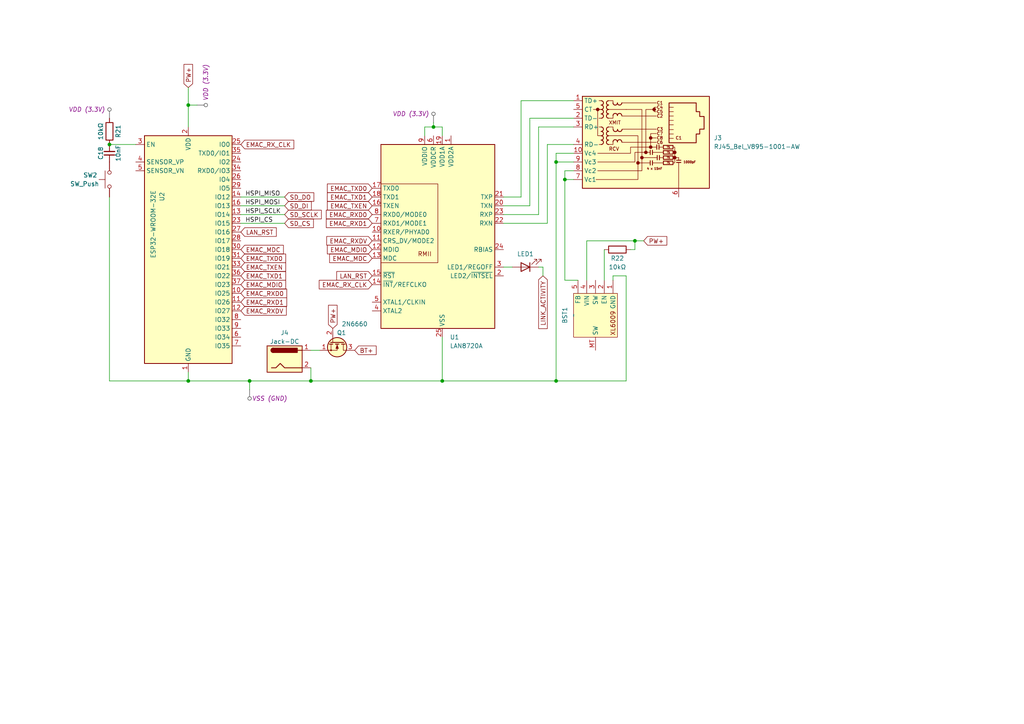
<source format=kicad_sch>
(kicad_sch (version 20231120) (generator "eeschema") (generator_version "8.0")
  (paper "A4")
  (lib_symbols
    (symbol "Connector:Jack-DC" (pin_names (offset 1.016))
      (property "Reference" "J" (at 0 5.334 0))
      (property "Value" "Jack-DC" (at 0 -5.08 0))
      (symbol "Jack-DC_1_1"
        (pin passive line (at 7.62 2.54 180) (length 2.54) (name "~") (number "1"))
        (pin passive line (at 7.62 -2.54 180) (length 2.54) (name "~") (number "2"))
      )
    )
    (symbol "Connector:Micro_SD_Card" (pin_names (offset 1.016))
      (property "Reference" "SD1" (at 0.635 18.9634 0))
      (property "Value" "Micro_SD_Card" (at 0.635 16.4234 0))
      (symbol "Micro_SD_Card_1_1"
        (pin bidirectional line (at -22.86 7.62 0) (length 3.81) (name "RSV") (number "1"))
        (pin bidirectional line (at -22.86 5.08 0) (length 3.81) (name "CS") (number "2"))
        (pin input line (at -22.86 2.54 0) (length 3.81) (name "DI") (number "3"))
        (pin power_in line (at -22.86 0 0) (length 3.81) (name "VDD") (number "4"))
        (pin input line (at -22.86 -2.54 0) (length 3.81) (name "SCLK") (number "5"))
        (pin power_in line (at -22.86 -5.08 0) (length 3.81) (name "VSS") (number "6"))
        (pin bidirectional line (at -22.86 -7.62 0) (length 3.81) (name "DO") (number "7"))
        (pin bidirectional line (at -22.86 -10.16 0) (length 3.81) (name "RSV") (number "8"))
        (pin passive line (at 20.32 -15.24 180) (length 3.81) (name "SHIELD") (number "9"))
      )
    )
    (symbol "Connector:RJ45_Bel_V895-1001-AW"
      (property "Reference" "J" (at 16.51 15.24 0))
      (property "Value" "RJ45_Bel_V895-1001-AW" (at -5.715 15.24 0))
      (symbol "RJ45_Bel_V895-1001-AW_0_0"
        (text "C1" (at 4.699 12.065 0) (effects (font (size 0.889 0.889))))
        (text "C1" (at 10.16 1.905 0) (effects (font (size 0.889 0.889))))
        (text "C2" (at 4.699 8.255 0) (effects (font (size 0.889 0.889))))
        (text "C3" (at 4.699 4.445 0) (effects (font (size 0.889 0.889))))
        (text "C4" (at 4.699 10.795 0) (effects (font (size 0.889 0.889))))
        (text "C5" (at 4.699 9.525 0) (effects (font (size 0.889 0.889))))
        (text "C6" (at 4.699 0.635 0) (effects (font (size 0.889 0.889))))
        (text "C7" (at 4.699 3.175 0) (effects (font (size 0.889 0.889))))
        (text "C8" (at 4.699 1.905 0) (effects (font (size 0.889 0.889))))
        (text "RCV" (at -10.16 -1.27 0) (effects (font (size 1.016 1.016)) (justify left)))
        (text "XMIT" (at -10.16 6.35 0) (effects (font (size 1.016 1.016)) (justify left)))
      )
      (symbol "RJ45_Bel_V895-1001-AW_1_0"
        (text "1000pF" (at 13.335 -5.08 0) (effects (font (size 0.635 0.635))))
        (text "4 x 15nF" (at 3.175 -6.985 0) (effects (font (size 0.635 0.635))))
      )
      (symbol "RJ45_Bel_V895-1001-AW_1_1"
        (text "75" (at 7.112 -5.334 0) (effects (font (size 0.508 0.508))))
        (text "75" (at 7.112 -3.81 0) (effects (font (size 0.508 0.508))))
        (text "75" (at 7.112 -2.286 0) (effects (font (size 0.508 0.508))))
        (text "75" (at 7.112 -0.762 0) (effects (font (size 0.508 0.508))))
        (pin passive line (at -20.32 12.7 0) (length 2.54) (name "TD+") (number "1"))
        (pin passive line (at -20.32 -2.54 0) (length 2.54) (name "Vc4") (number "10"))
        (pin passive line (at -20.32 7.62 0) (length 2.54) (name "TD-") (number "2"))
        (pin passive line (at -20.32 5.08 0) (length 2.54) (name "RD+") (number "3"))
        (pin passive line (at -20.32 0 0) (length 2.54) (name "RD-") (number "4"))
        (pin passive line (at -20.32 10.16 0) (length 2.54) (name "CT") (number "5"))
        (pin passive line (at 10.16 -15.24 90) (length 2.54) (name "") (number "6"))
        (pin passive line (at -20.32 -10.16 0) (length 2.54) (name "Vc1") (number "7"))
        (pin passive line (at -20.32 -7.62 0) (length 2.54) (name "Vc2") (number "8"))
        (pin passive line (at -20.32 -5.08 0) (length 2.54) (name "Vc3") (number "9"))
      )
    )
    (symbol "Connector:USB_C_Receptacle" (pin_names (offset 1.016))
      (property "Reference" "J" (at -10.16 29.21 0))
      (property "Value" "USB_C_Receptacle" (at 10.16 29.21 0))
      (symbol "USB_C_Receptacle_1_1"
        (pin passive line (at 0 -40.64 90) (length 5.08) (name "GND") (number "A1"))
        (pin bidirectional line (at 15.24 -15.24 180) (length 5.08) (name "RX2-") (number "A10"))
        (pin bidirectional line (at 15.24 -17.78 180) (length 5.08) (name "RX2+") (number "A11"))
        (pin passive line (at 0 -40.64 90) (length 5.08) hide (name "GND") (number "A12"))
        (pin bidirectional line (at 15.24 -10.16 180) (length 5.08) (name "TX1+") (number "A2"))
        (pin bidirectional line (at 15.24 -7.62 180) (length 5.08) (name "TX1-") (number "A3"))
        (pin passive line (at 15.24 25.4 180) (length 5.08) (name "VBUS") (number "A4"))
        (pin bidirectional line (at 15.24 20.32 180) (length 5.08) (name "CC1") (number "A5"))
        (pin bidirectional line (at 15.24 7.62 180) (length 5.08) (name "D+") (number "A6"))
        (pin bidirectional line (at 15.24 12.7 180) (length 5.08) (name "D-") (number "A7"))
        (pin bidirectional line (at 15.24 -30.48 180) (length 5.08) (name "SBU1") (number "A8"))
        (pin passive line (at 15.24 25.4 180) (length 5.08) hide (name "VBUS") (number "A9"))
        (pin passive line (at 0 -40.64 90) (length 5.08) hide (name "GND") (number "B1"))
        (pin bidirectional line (at 15.24 0 180) (length 5.08) (name "RX1-") (number "B10"))
        (pin bidirectional line (at 15.24 -2.54 180) (length 5.08) (name "RX1+") (number "B11"))
        (pin passive line (at 0 -40.64 90) (length 5.08) hide (name "GND") (number "B12"))
        (pin bidirectional line (at 15.24 -25.4 180) (length 5.08) (name "TX2+") (number "B2"))
        (pin bidirectional line (at 15.24 -22.86 180) (length 5.08) (name "TX2-") (number "B3"))
        (pin passive line (at 15.24 25.4 180) (length 5.08) hide (name "VBUS") (number "B4"))
        (pin bidirectional line (at 15.24 17.78 180) (length 5.08) (name "CC2") (number "B5"))
        (pin bidirectional line (at 15.24 5.08 180) (length 5.08) (name "D+") (number "B6"))
        (pin bidirectional line (at 15.24 10.16 180) (length 5.08) (name "D-") (number "B7"))
        (pin bidirectional line (at 15.24 -33.02 180) (length 5.08) (name "SBU2") (number "B8"))
        (pin passive line (at 15.24 25.4 180) (length 5.08) hide (name "VBUS") (number "B9"))
        (pin passive line (at -7.62 -40.64 90) (length 5.08) (name "SHIELD") (number "S1"))
      )
    )
    (symbol "Connector:USB_C_Receptacle_USB2.0_14P" (pin_names (offset 1.016))
      (property "Reference" "J" (at 0 22.225 0))
      (property "Value" "USB_C_Receptacle_USB2.0_14P" (at 0 19.685 0))
      (symbol "USB_C_Receptacle_USB2.0_14P_1_1"
        (pin passive line (at 0 -22.86 90) (length 5.08) (name "GND") (number "A1"))
        (pin passive line (at 0 -22.86 90) (length 5.08) hide (name "GND") (number "A12"))
        (pin passive line (at 15.24 15.24 180) (length 5.08) (name "VBUS") (number "A4"))
        (pin bidirectional line (at 15.24 10.16 180) (length 5.08) (name "CC1") (number "A5"))
        (pin bidirectional line (at 15.24 -2.54 180) (length 5.08) (name "D+") (number "A6"))
        (pin bidirectional line (at 15.24 2.54 180) (length 5.08) (name "D-") (number "A7"))
        (pin passive line (at 15.24 15.24 180) (length 5.08) hide (name "VBUS") (number "A9"))
        (pin passive line (at 0 -22.86 90) (length 5.08) hide (name "GND") (number "B1"))
        (pin passive line (at 0 -22.86 90) (length 5.08) hide (name "GND") (number "B12"))
        (pin passive line (at 15.24 15.24 180) (length 5.08) hide (name "VBUS") (number "B4"))
        (pin bidirectional line (at 15.24 7.62 180) (length 5.08) (name "CC2") (number "B5"))
        (pin bidirectional line (at 15.24 -5.08 180) (length 5.08) (name "D+") (number "B6"))
        (pin bidirectional line (at 15.24 0 180) (length 5.08) (name "D-") (number "B7"))
        (pin passive line (at 15.24 15.24 180) (length 5.08) hide (name "VBUS") (number "B9"))
        (pin passive line (at -7.62 -22.86 90) (length 5.08) (name "SHIELD") (number "S1"))
      )
    )
    (symbol "Device:C_Small" (pin_numbers hide) (pin_names (offset 0.254) hide)
      (property "Reference" "C" (at 0.254 1.778 0))
      (property "Value" "C_Small" (at 0.254 -2.032 0))
      (symbol "C_Small_1_1"
        (pin passive line (at 0 2.54 270) (length 2.032) (name "~") (number "1"))
        (pin passive line (at 0 -2.54 90) (length 2.032) (name "~") (number "2"))
      )
    )
    (symbol "Device:D" (pin_numbers hide) (pin_names (offset 1.016) hide)
      (property "Reference" "D" (at 0 2.54 0))
      (property "Value" "D" (at 0 -2.54 0))
      (symbol "D_1_1"
        (pin passive line (at -3.81 0 0) (length 2.54) (name "K") (number "1"))
        (pin passive line (at 3.81 0 180) (length 2.54) (name "A") (number "2"))
      )
    )
    (symbol "Device:Fuse_Small" (pin_numbers hide) (pin_names (offset 0.254) hide)
      (property "Reference" "F" (at 0 -1.524 0))
      (property "Value" "Fuse_Small" (at 0 1.524 0))
      (symbol "Fuse_Small_1_1"
        (pin passive line (at -2.54 0 0) (length 1.27) (name "~") (number "1"))
        (pin passive line (at 2.54 0 180) (length 1.27) (name "~") (number "2"))
      )
    )
    (symbol "Device:LED" (pin_numbers hide) (pin_names (offset 1.016) hide)
      (property "Reference" "D" (at 0 2.54 0))
      (property "Value" "LED" (at 0 -2.54 0))
      (symbol "LED_1_1"
        (pin passive line (at -3.81 0 0) (length 2.54) (name "K") (number "1"))
        (pin passive line (at 3.81 0 180) (length 2.54) (name "A") (number "2"))
      )
    )
    (symbol "Device:R" (pin_numbers hide) (pin_names (offset 0))
      (property "Reference" "R" (at 2.032 0 90))
      (property "Value" "R" (at 0 0 90))
      (symbol "R_1_1"
        (pin passive line (at 0 3.81 270) (length 1.27) (name "~") (number "1"))
        (pin passive line (at 0 -3.81 90) (length 1.27) (name "~") (number "2"))
      )
    )
    (symbol "Device:R_Small" (pin_numbers hide) (pin_names (offset 0.254) hide)
      (property "Reference" "R" (at 0.762 0.508 0))
      (property "Value" "R_Small" (at 0.762 -1.016 0))
      (symbol "R_Small_1_1"
        (pin passive line (at 0 2.54 270) (length 0.762) (name "~") (number "1"))
        (pin passive line (at 0 -2.54 90) (length 0.762) (name "~") (number "2"))
      )
    )
    (symbol "Interface_Ethernet:LAN8720A"
      (property "Reference" "U" (at -13.97 29.21 0))
      (property "Value" "LAN8720A" (at 15.24 29.21 0))
      (symbol "LAN8720A_0_0"
        (text "RMII" (at -5.08 -3.81 0) (effects (font (size 1.27 1.27))))
      )
      (symbol "LAN8720A_1_1"
        (pin power_in line (at 2.54 30.48 270) (length 2.54) (name "VDD2A") (number "1"))
        (pin output line (at -20.32 2.54 0) (length 2.54) (name "RXER/PHYAD0") (number "10"))
        (pin bidirectional line (at -20.32 0 0) (length 2.54) (name "CRS_DV/MODE2") (number "11"))
        (pin bidirectional line (at -20.32 -2.54 0) (length 2.54) (name "MDIO") (number "12"))
        (pin input line (at -20.32 -5.08 0) (length 2.54) (name "MDC") (number "13"))
        (pin output line (at -20.32 -12.7 0) (length 2.54) (name "~{INT}/REFCLKO") (number "14"))
        (pin input line (at -20.32 -10.16 0) (length 2.54) (name "~{RST}") (number "15"))
        (pin input line (at -20.32 10.16 0) (length 2.54) (name "TXEN") (number "16"))
        (pin input line (at -20.32 15.24 0) (length 2.54) (name "TXD0") (number "17"))
        (pin input line (at -20.32 12.7 0) (length 2.54) (name "TXD1") (number "18"))
        (pin power_in line (at 0 30.48 270) (length 2.54) (name "VDD1A") (number "19"))
        (pin bidirectional line (at 17.78 -10.16 180) (length 2.54) (name "LED2/~{INTSEL}") (number "2"))
        (pin bidirectional line (at 17.78 10.16 180) (length 2.54) (name "TXN") (number "20"))
        (pin bidirectional line (at 17.78 12.7 180) (length 2.54) (name "TXP") (number "21"))
        (pin bidirectional line (at 17.78 5.08 180) (length 2.54) (name "RXN") (number "22"))
        (pin bidirectional line (at 17.78 7.62 180) (length 2.54) (name "RXP") (number "23"))
        (pin passive line (at 17.78 -2.54 180) (length 2.54) (name "RBIAS") (number "24"))
        (pin power_in line (at 0 -27.94 90) (length 2.54) (name "VSS") (number "25"))
        (pin bidirectional line (at 17.78 -7.62 180) (length 2.54) (name "LED1/REGOFF") (number "3"))
        (pin output line (at -20.32 -20.32 0) (length 2.54) (name "XTAL2") (number "4"))
        (pin input line (at -20.32 -17.78 0) (length 2.54) (name "XTAL1/CLKIN") (number "5"))
        (pin power_in line (at -2.54 30.48 270) (length 2.54) (name "VDDCR") (number "6"))
        (pin bidirectional line (at -20.32 5.08 0) (length 2.54) (name "RXD1/MODE1") (number "7"))
        (pin bidirectional line (at -20.32 7.62 0) (length 2.54) (name "RXD0/MODE0") (number "8"))
        (pin power_in line (at -5.08 30.48 270) (length 2.54) (name "VDDIO") (number "9"))
      )
    )
    (symbol "PCM_Transistor_MOSFET_AKL:2N6660" (pin_names hide)
      (property "Reference" "Q" (at 5.08 1.27 0))
      (property "Value" "2N6660" (at 5.08 -1.27 0))
      (symbol "2N6660_1_1"
        (pin passive line (at 2.54 -5.08 90) (length 2.54) (name "S") (number "1"))
        (pin input line (at -3.81 -1.27 0) (length 2.54) (name "G") (number "2"))
        (pin passive line (at 2.54 5.08 270) (length 2.54) (name "D") (number "3"))
      )
    )
    (symbol "Power_Protection:USBLC6-2SC6" (pin_names hide)
      (property "Reference" "U" (at 0.635 5.715 0))
      (property "Value" "USBLC6-2SC6" (at 0.635 3.81 0))
      (symbol "USBLC6-2SC6_1_1"
        (pin passive line (at -5.08 0 0) (length 2.54) (name "I/O1") (number "1"))
        (pin passive line (at 0 -7.62 90) (length 2.54) (name "GND") (number "2"))
        (pin passive line (at -5.08 -2.54 0) (length 2.54) (name "I/O2") (number "3"))
        (pin passive line (at 5.08 -2.54 180) (length 2.54) (name "I/O2") (number "4"))
        (pin passive line (at 0 5.08 270) (length 2.54) (name "VBUS") (number "5"))
        (pin passive line (at 5.08 0 180) (length 2.54) (name "I/O1") (number "6"))
      )
    )
    (symbol "RF_Module:ESP32-WROOM-32E"
      (property "Reference" "U" (at -12.7 34.29 0))
      (property "Value" "ESP32-WROOM-32E" (at 1.27 34.29 0))
      (symbol "ESP32-WROOM-32E_1_1"
        (pin power_in line (at 0 -35.56 90) (length 2.54) (name "GND") (number "1"))
        (pin bidirectional line (at 15.24 -12.7 180) (length 2.54) (name "IO25") (number "10"))
        (pin bidirectional line (at 15.24 -15.24 180) (length 2.54) (name "IO26") (number "11"))
        (pin bidirectional line (at 15.24 -17.78 180) (length 2.54) (name "IO27") (number "12"))
        (pin bidirectional line (at 15.24 10.16 180) (length 2.54) (name "IO14") (number "13"))
        (pin bidirectional line (at 15.24 15.24 180) (length 2.54) (name "IO12") (number "14"))
        (pin passive line (at 0 -35.56 90) (length 2.54) hide (name "GND") (number "15"))
        (pin bidirectional line (at 15.24 12.7 180) (length 2.54) (name "IO13") (number "16"))
        (pin no_connect line (at -12.7 -5.08 0) (length 2.54) hide (name "NC") (number "17"))
        (pin no_connect line (at -12.7 -7.62 0) (length 2.54) hide (name "NC") (number "18"))
        (pin no_connect line (at -12.7 -12.7 0) (length 2.54) hide (name "NC") (number "19"))
        (pin power_in line (at 0 35.56 270) (length 2.54) (name "VDD") (number "2"))
        (pin no_connect line (at -12.7 -10.16 0) (length 2.54) hide (name "NC") (number "20"))
        (pin no_connect line (at -12.7 0 0) (length 2.54) hide (name "NC") (number "21"))
        (pin no_connect line (at -12.7 -2.54 0) (length 2.54) hide (name "NC") (number "22"))
        (pin bidirectional line (at 15.24 7.62 180) (length 2.54) (name "IO15") (number "23"))
        (pin bidirectional line (at 15.24 25.4 180) (length 2.54) (name "IO2") (number "24"))
        (pin bidirectional line (at 15.24 30.48 180) (length 2.54) (name "IO0") (number "25"))
        (pin bidirectional line (at 15.24 20.32 180) (length 2.54) (name "IO4") (number "26"))
        (pin bidirectional line (at 15.24 5.08 180) (length 2.54) (name "IO16") (number "27"))
        (pin bidirectional line (at 15.24 2.54 180) (length 2.54) (name "IO17") (number "28"))
        (pin bidirectional line (at 15.24 17.78 180) (length 2.54) (name "IO5") (number "29"))
        (pin input line (at -15.24 30.48 0) (length 2.54) (name "EN") (number "3"))
        (pin bidirectional line (at 15.24 0 180) (length 2.54) (name "IO18") (number "30"))
        (pin bidirectional line (at 15.24 -2.54 180) (length 2.54) (name "IO19") (number "31"))
        (pin no_connect line (at -12.7 -27.94 0) (length 2.54) hide (name "NC") (number "32"))
        (pin bidirectional line (at 15.24 -5.08 180) (length 2.54) (name "IO21") (number "33"))
        (pin bidirectional line (at 15.24 22.86 180) (length 2.54) (name "RXD0/IO3") (number "34"))
        (pin bidirectional line (at 15.24 27.94 180) (length 2.54) (name "TXD0/IO1") (number "35"))
        (pin bidirectional line (at 15.24 -7.62 180) (length 2.54) (name "IO22") (number "36"))
        (pin bidirectional line (at 15.24 -10.16 180) (length 2.54) (name "IO23") (number "37"))
        (pin passive line (at 0 -35.56 90) (length 2.54) hide (name "GND") (number "38"))
        (pin passive line (at 0 -35.56 90) (length 2.54) hide (name "GND") (number "39"))
        (pin input line (at -15.24 25.4 0) (length 2.54) (name "SENSOR_VP") (number "4"))
        (pin input line (at -15.24 22.86 0) (length 2.54) (name "SENSOR_VN") (number "5"))
        (pin input line (at 15.24 -25.4 180) (length 2.54) (name "IO34") (number "6"))
        (pin input line (at 15.24 -27.94 180) (length 2.54) (name "IO35") (number "7"))
        (pin bidirectional line (at 15.24 -20.32 180) (length 2.54) (name "IO32") (number "8"))
        (pin bidirectional line (at 15.24 -22.86 180) (length 2.54) (name "IO33") (number "9"))
      )
    )
    (symbol "Regulator_Linear:XC6206PxxxMR" (pin_names (offset 0.254))
      (property "Reference" "U" (at -3.81 3.175 0))
      (property "Value" "XC6206PxxxMR" (at 0 3.175 0))
      (symbol "XC6206PxxxMR_1_1"
        (pin power_in line (at 0 -7.62 90) (length 2.54) (name "GND") (number "1"))
        (pin power_out line (at 7.62 0 180) (length 2.54) (name "VO") (number "2"))
        (pin power_in line (at -7.62 0 0) (length 2.54) (name "VI") (number "3"))
      )
    )
    (symbol "ScottoKeebs:Placeholder_Resistor" (pin_numbers hide) (pin_names (offset 0))
      (property "Reference" "R" (at 0 2.032 0))
      (property "Value" "Resistor" (at 0 -2.54 0))
      (symbol "Placeholder_Resistor_1_1"
        (pin passive line (at -3.81 0 0) (length 1.27) (name "~") (number "1"))
        (pin passive line (at 3.81 0 180) (length 1.27) (name "~") (number "2"))
      )
    )
    (symbol "Switch:SW_Push" (pin_numbers hide) (pin_names (offset 1.016) hide)
      (property "Reference" "SW" (at 1.27 2.54 0))
      (property "Value" "SW_Push" (at 0 -1.524 0))
      (symbol "SW_Push_0_1"
        (pin passive line (at -5.08 0 0) (length 2.54) (name "1") (number "1"))
        (pin passive line (at 5.08 0 180) (length 2.54) (name "2") (number "2"))
      )
    )
    (symbol "Symbols:XL6009_TO263-5L_50V_4A_DC/DC_Boost_Converter"
      (property "Reference" "BST1" (at 0 8.89 0))
      (property "Value" "~" (at 0 6.35 0))
      (symbol "XL6009_TO263-5L_50V_4A_DC/DC_Boost_Converter_1_1"
        (text "XL6009" (at -2.286 -5.08 0) (effects (font (size 1.27 1.27))))
        (pin bidirectional line (at 10.16 -5.08 180) (length 3.81) (name "GND") (number "1"))
        (pin bidirectional line (at 10.16 -2.54 180) (length 3.81) (name "EN") (number "2"))
        (pin bidirectional line (at 10.16 0 180) (length 3.81) (name "SW") (number "3"))
        (pin bidirectional line (at 10.16 2.54 180) (length 3.81) (name "VIN") (number "4"))
        (pin bidirectional line (at 10.16 5.08 180) (length 3.81) (name "FB") (number "5"))
        (pin bidirectional line (at -10.16 0 0) (length 3.81) (name "SW") (number "MT"))
      )
    )
    (symbol "power:+3.3V" (power) (pin_numbers hide) (pin_names (offset 0) hide)
      (property "Value" "+3.3V" (at 0 3.556 0))
      (symbol "+3.3V_1_1"
        (pin power_in line (at 0 0 90) (length 0) (name "~") (number "1"))
      )
    )
    (symbol "power:+5V" (power) (pin_numbers hide) (pin_names (offset 0) hide)
      (property "Value" "+5V" (at 0 3.556 0))
      (symbol "+5V_1_1"
        (pin power_in line (at 0 0 90) (length 0) (name "~") (number "1"))
      )
    )
    (symbol "power:GND" (power) (pin_numbers hide) (pin_names (offset 0) hide)
      (property "Value" "GND" (at 0 -3.81 0))
      (symbol "GND_1_1"
        (pin power_in line (at 0 0 270) (length 0) (name "~") (number "1"))
      )
    )
    (symbol "power:VBUS" (power) (pin_numbers hide) (pin_names (offset 0) hide)
      (property "Value" "VBUS" (at 0 3.556 0))
      (symbol "VBUS_1_1"
        (pin power_in line (at 0 0 90) (length 0) (name "~") (number "1"))
      )
    )
  )
  (junction (at 519.43 16.51))
  (junction (at 31.75 41.91))
  (junction (at 431.8 21.59))
  (junction (at 163.83 52.07))
  (junction (at 143.51 -92.71))
  (junction (at 161.29 110.49))
  (junction (at 453.39 -8.89))
  (junction (at 90.17 110.49))
  (junction (at 128.27 110.49))
  (junction (at 161.29 46.99))
  (junction (at 528.32 24.13))
  (junction (at 125.73 36.83))
  (junction (at 123.19 -26.67))
  (junction (at 448.31 -16.51))
  (junction (at 447.04 -1.27))
  (junction (at 537.21 16.51))
  (junction (at 184.15 69.85))
  (junction (at 447.04 3.81))
  (junction (at 72.39 110.49))
  (junction (at 54.61 110.49))
  (junction (at 54.61 30.48))
  (no_connect (at 226.06 -77.47))
  (no_connect (at 226.06 -59.69))
  (wire (pts (xy 69.85 57.15) (xy 82.55 57.15)))
  (wire (pts (xy 424.18 21.59) (xy 431.8 21.59)))
  (wire (pts (xy 181.61 80.01) (xy 181.61 110.49)))
  (wire (pts (xy 161.29 44.45) (xy 161.29 46.99)))
  (wire (pts (xy 447.04 -3.81) (xy 447.04 -1.27)))
  (wire (pts (xy 156.21 62.23) (xy 146.05 62.23)))
  (wire (pts (xy 157.48 77.47) (xy 157.48 80.01)))
  (wire (pts (xy 453.39 -11.43) (xy 453.39 -8.89)))
  (wire (pts (xy 447.04 -8.89) (xy 448.31 -8.89)))
  (wire (pts (xy 184.15 69.85) (xy 186.69 69.85)))
  (wire (pts (xy 128.27 97.79) (xy 128.27 110.49)))
  (wire (pts (xy 146.05 57.15) (xy 151.13 57.15)))
  (wire (pts (xy 142.24 -92.71) (xy 143.51 -92.71)))
  (wire (pts (xy 166.37 29.21) (xy 151.13 29.21)))
  (wire (pts (xy 128.27 36.83) (xy 128.27 39.37)))
  (wire (pts (xy 123.19 36.83) (xy 125.73 36.83)))
  (wire (pts (xy 123.19 -26.67) (xy 123.19 -25.4)))
  (wire (pts (xy 153.67 34.29) (xy 166.37 34.29)))
  (wire (pts (xy 54.61 30.48) (xy 54.61 36.83)))
  (wire (pts (xy 146.05 59.69) (xy 153.67 59.69)))
  (wire (pts (xy 163.83 81.28) (xy 167.64 81.28)))
  (wire (pts (xy 473.71 11.43) (xy 482.6 11.43)))
  (wire (pts (xy 163.83 49.53) (xy 163.83 52.07)))
  (wire (pts (xy 125.73 35.56) (xy 125.73 36.83)))
  (wire (pts (xy 166.37 49.53) (xy 163.83 49.53)))
  (wire (pts (xy 161.29 110.49) (xy 128.27 110.49)))
  (wire (pts (xy 166.37 36.83) (xy 156.21 36.83)))
  (wire (pts (xy 447.04 -11.43) (xy 448.31 -11.43)))
  (wire (pts (xy 31.75 41.91) (xy 39.37 41.91)))
  (wire (pts (xy 151.13 29.21) (xy 151.13 57.15)))
  (wire (pts (xy 217.17 -69.85) (xy 226.06 -69.85)))
  (wire (pts (xy 528.32 24.13) (xy 537.21 24.13)))
  (wire (pts (xy 90.17 101.6) (xy 92.71 101.6)))
  (wire (pts (xy 501.65 8.89) (xy 492.76 8.89)))
  (wire (pts (xy 119.38 -26.67) (xy 123.19 -26.67)))
  (wire (pts (xy 146.05 64.77) (xy 158.75 64.77)))
  (wire (pts (xy 158.75 41.91) (xy 166.37 41.91)))
  (wire (pts (xy 69.85 59.69) (xy 82.55 59.69)))
  (wire (pts (xy 455.93 3.81) (xy 447.04 3.81)))
  (wire (pts (xy 31.75 57.15) (xy 31.75 110.49)))
  (wire (pts (xy 156.21 36.83) (xy 156.21 62.23)))
  (wire (pts (xy 57.15 30.48) (xy 54.61 30.48)))
  (wire (pts (xy 455.93 -16.51) (xy 458.47 -16.51)))
  (wire (pts (xy 69.85 62.23) (xy 82.55 62.23)))
  (wire (pts (xy 181.61 110.49) (xy 161.29 110.49)))
  (wire (pts (xy 72.39 110.49) (xy 72.39 113.03)))
  (wire (pts (xy 69.85 64.77) (xy 82.55 64.77)))
  (wire (pts (xy 447.04 1.27) (xy 447.04 3.81)))
  (wire (pts (xy 175.26 72.39) (xy 175.26 81.28)))
  (wire (pts (xy 537.21 21.59) (xy 537.21 24.13)))
  (wire (pts (xy 146.05 77.47) (xy 148.59 77.47)))
  (wire (pts (xy 54.61 25.4) (xy 54.61 30.48)))
  (wire (pts (xy 473.71 8.89) (xy 482.6 8.89)))
  (wire (pts (xy 177.8 80.01) (xy 181.61 80.01)))
  (wire (pts (xy 170.18 69.85) (xy 170.18 81.28)))
  (wire (pts (xy 90.17 110.49) (xy 90.17 106.68)))
  (wire (pts (xy 157.48 77.47) (xy 156.21 77.47)))
  (wire (pts (xy 535.94 16.51) (xy 537.21 16.51)))
  (wire (pts (xy 200.66 -69.85) (xy 209.55 -69.85)))
  (wire (pts (xy 143.51 -92.71) (xy 146.05 -92.71)))
  (wire (pts (xy 161.29 46.99) (xy 161.29 110.49)))
  (wire (pts (xy 501.65 11.43) (xy 492.76 11.43)))
  (wire (pts (xy 163.83 52.07) (xy 166.37 52.07)))
  (wire (pts (xy 177.8 80.01) (xy 177.8 81.28)))
  (wire (pts (xy 455.93 -1.27) (xy 447.04 -1.27)))
  (wire (pts (xy 54.61 110.49) (xy 72.39 110.49)))
  (wire (pts (xy 158.75 64.77) (xy 158.75 41.91)))
  (wire (pts (xy 123.19 -26.67) (xy 127 -26.67)))
  (wire (pts (xy 447.04 -16.51) (xy 448.31 -16.51)))
  (wire (pts (xy 453.39 -8.89) (xy 458.47 -8.89)))
  (wire (pts (xy 519.43 24.13) (xy 528.32 24.13)))
  (wire (pts (xy 184.15 72.39) (xy 182.88 72.39)))
  (wire (pts (xy 161.29 44.45) (xy 166.37 44.45)))
  (wire (pts (xy 151.13 -92.71) (xy 153.67 -92.71)))
  (wire (pts (xy 519.43 16.51) (xy 520.7 16.51)))
  (wire (pts (xy 123.19 39.37) (xy 123.19 36.83)))
  (wire (pts (xy 184.15 69.85) (xy 184.15 72.39)))
  (wire (pts (xy 519.43 21.59) (xy 519.43 24.13)))
  (wire (pts (xy 90.17 110.49) (xy 128.27 110.49)))
  (wire (pts (xy 153.67 59.69) (xy 153.67 34.29)))
  (wire (pts (xy 72.39 110.49) (xy 90.17 110.49)))
  (wire (pts (xy 200.66 -64.77) (xy 226.06 -64.77)))
  (wire (pts (xy 128.27 36.83) (xy 125.73 36.83)))
  (wire (pts (xy 166.37 46.99) (xy 161.29 46.99)))
  (wire (pts (xy 163.83 52.07) (xy 163.83 81.28)))
  (wire (pts (xy 54.61 110.49) (xy 54.61 107.95)))
  (wire (pts (xy 448.31 -16.51) (xy 450.85 -16.51)))
  (wire (pts (xy 170.18 69.85) (xy 184.15 69.85)))
  (wire (pts (xy 31.75 110.49) (xy 54.61 110.49)))
  (rectangle (start 411.48 -33.02) (end 546.1 33.02) (stroke (width 0) (type dash) (color 255 229 36 1)))
  (rectangle (start 511.81 3.81) (end 530.86 7.62))
  (rectangle (start 412.75 -31.75) (end 424.18 -27.94))
  (rectangle (start 466.09 -11.43) (end 510.54 31.75))
  (rectangle (start 412.75 -27.94) (end 464.82 31.75))
  (rectangle (start 198.12 -88.9) (end 276.86 -52.07))
  (rectangle (start 466.09 -15.24) (end 485.14 -11.43))
  (rectangle (start 511.81 7.62) (end 544.83 31.75))
  (text "Micro SD - Data Storage" (at 213.36 -90.17 0) (effects (font (size 1.27 1.27)) (justify bottom)))
  (text "ESD Protection" (at 475.742 -12.954 0) (effects (font (size 1.27 1.27) (thickness 0.254) (bold yes))))
  (text "Connector\n" (at 418.592 -29.464 0) (effects (font (size 1.27 1.27) (thickness 0.254) (bold yes))))
  (text "Voltage Step Down" (at 521.462 6.096 0) (effects (font (size 1.27 1.27) (thickness 0.254) (bold yes))))
  (text "USB-C\n" (at 424.434 -36.83 0) (effects (font (size 5.08 5.08) (thickness 0.254) (bold yes))))
  (label "USB_D+" (at 455.93 3.81 180))
  (label "USB_D+" (at 501.65 8.89 180))
  (label "HSPI_MOSI" (at 71.12 59.69 0))
  (label "MCU_D-" (at 473.71 11.43 0))
  (label "HSPI_CS" (at 71.12 64.77 0))
  (label "HSPI_SCLK" (at 71.12 62.23 0))
  (label "USB_D-" (at 455.93 -1.27 180))
  (label "MCU_D+" (at 473.71 8.89 0))
  (label "USB_D-" (at 501.65 11.43 180))
  (label "HSPI_MISO" (at 71.12 57.15 0))
  (global_label "EMAC_RXD1" (shape input) (at 107.95 64.77 180) (property "Intersheetrefs" "${INTERSHEET_REFS}" (at 94.0792 64.77 0) (effects (justify right))))
  (global_label "SD_DI" (shape input) (at 226.06 -72.39 180) (property "Intersheetrefs" "${INTERSHEET_REFS}" (at 217.7529 -72.39 0) (effects (justify right))))
  (global_label "PW+" (shape input) (at 96.52 95.25 90) (property "Intersheetrefs" "${INTERSHEET_REFS}" (at 96.52 87.971 90) (effects (justify left))))
  (global_label "BT+" (shape input) (at 102.87 101.6 0) (property "Intersheetrefs" "${INTERSHEET_REFS}" (at 109.6652 101.6 0) (effects (justify left))))
  (global_label "SD_SCLK" (shape input) (at 82.55 62.23 0) (property "Intersheetrefs" "${INTERSHEET_REFS}" (at 93.7599 62.23 0) (effects (justify left))))
  (global_label "EMAC_RXD0" (shape input) (at 107.95 62.23 180) (property "Intersheetrefs" "${INTERSHEET_REFS}" (at 94.0792 62.23 0) (effects (justify right))))
  (global_label "EMAC_MDC" (shape input) (at 69.85 72.39 0) (property "Intersheetrefs" "${INTERSHEET_REFS}" (at 82.7532 72.39 0) (effects (justify left))))
  (global_label "EMAC_RXD1" (shape input) (at 69.85 87.63 0) (property "Intersheetrefs" "${INTERSHEET_REFS}" (at 83.7208 87.63 0) (effects (justify left))))
  (global_label "EMAC_TXD0" (shape input) (at 69.85 74.93 0) (property "Intersheetrefs" "${INTERSHEET_REFS}" (at 83.4184 74.93 0) (effects (justify left))))
  (global_label "EMAC_TXEN" (shape input) (at 69.85 77.47 0) (property "Intersheetrefs" "${INTERSHEET_REFS}" (at 83.4184 77.47 0) (effects (justify left))))
  (global_label "GND" (shape input) (at 269.24 -54.61 0) (property "Intersheetrefs" "${INTERSHEET_REFS}" (at 276.0957 -54.61 0) (effects (justify left))))
  (global_label "SD_CS" (shape input) (at 82.55 64.77 0) (property "Intersheetrefs" "${INTERSHEET_REFS}" (at 91.4618 64.77 0) (effects (justify left))))
  (global_label "SD_SCLK" (shape input) (at 226.06 -67.31 180) (property "Intersheetrefs" "${INTERSHEET_REFS}" (at 214.8501 -67.31 0) (effects (justify right))))
  (global_label "EMAC_RX_CLK" (shape input) (at 107.95 82.55 180) (property "Intersheetrefs" "${INTERSHEET_REFS}" (at 92.023 82.55 0) (effects (justify right))))
  (global_label "EMAC_MDC" (shape input) (at 107.95 74.93 180) (property "Intersheetrefs" "${INTERSHEET_REFS}" (at 95.0468 74.93 0) (effects (justify right))))
  (global_label "LINK_ACTIVITY" (shape input) (at 157.48 80.01 270) (property "Intersheetrefs" "${INTERSHEET_REFS}" (at 157.48 95.8768 90) (effects (justify right))))
  (global_label "EMAC_RXDV" (shape input) (at 107.95 69.85 180) (property "Intersheetrefs" "${INTERSHEET_REFS}" (at 94.2001 69.85 0) (effects (justify right))))
  (global_label "EMAC_TXD0" (shape input) (at 107.95 54.61 180) (property "Intersheetrefs" "${INTERSHEET_REFS}" (at 94.3816 54.61 0) (effects (justify right))))
  (global_label "EMAC_RXD0" (shape input) (at 69.85 85.09 0) (property "Intersheetrefs" "${INTERSHEET_REFS}" (at 83.7208 85.09 0) (effects (justify left))))
  (global_label "EMAC_MDIO" (shape input) (at 107.95 72.39 180) (property "Intersheetrefs" "${INTERSHEET_REFS}" (at 94.3815 72.39 0) (effects (justify right))))
  (global_label "LAN_RST" (shape input) (at 69.85 67.31 0) (property "Intersheetrefs" "${INTERSHEET_REFS}" (at 80.6971 67.31 0) (effects (justify left))))
  (global_label "SD_DO" (shape input) (at 226.06 -62.23 180) (property "Intersheetrefs" "${INTERSHEET_REFS}" (at 217.0272 -62.23 0) (effects (justify right))))
  (global_label "EMAC_RXDV" (shape input) (at 69.85 90.17 0) (property "Intersheetrefs" "${INTERSHEET_REFS}" (at 83.5999 90.17 0) (effects (justify left))))
  (global_label "PW+" (shape input) (at 186.69 69.85 0) (property "Intersheetrefs" "${INTERSHEET_REFS}" (at 193.969 69.85 0) (effects (justify left))))
  (global_label "SD_DO" (shape input) (at 82.55 57.15 0) (property "Intersheetrefs" "${INTERSHEET_REFS}" (at 91.5828 57.15 0) (effects (justify left))))
  (global_label "EMAC_TXD1" (shape input) (at 107.95 57.15 180) (property "Intersheetrefs" "${INTERSHEET_REFS}" (at 94.3816 57.15 0) (effects (justify right))))
  (global_label "EMAC_TXEN" (shape input) (at 107.95 59.69 180) (property "Intersheetrefs" "${INTERSHEET_REFS}" (at 94.3816 59.69 0) (effects (justify right))))
  (global_label "SD_CS" (shape input) (at 226.06 -74.93 180) (property "Intersheetrefs" "${INTERSHEET_REFS}" (at 217.1482 -74.93 0) (effects (justify right))))
  (global_label "EMAC_RX_CLK" (shape input) (at 69.85 41.91 0) (property "Intersheetrefs" "${INTERSHEET_REFS}" (at 85.777 41.91 0) (effects (justify left))))
  (global_label "SD_DI" (shape input) (at 82.55 59.69 0) (property "Intersheetrefs" "${INTERSHEET_REFS}" (at 90.8571 59.69 0) (effects (justify left))))
  (global_label "EMAC_TXD1" (shape input) (at 69.85 80.01 0) (property "Intersheetrefs" "${INTERSHEET_REFS}" (at 83.4184 80.01 0) (effects (justify left))))
  (global_label "PW+" (shape input) (at 54.61 25.4 90) (property "Intersheetrefs" "${INTERSHEET_REFS}" (at 54.61 18.121 90) (effects (justify left))))
  (global_label "LAN_RST" (shape input) (at 107.95 80.01 180) (property "Intersheetrefs" "${INTERSHEET_REFS}" (at 97.1029 80.01 0) (effects (justify right))))
  (global_label "EMAC_MDIO" (shape input) (at 69.85 82.55 0) (property "Intersheetrefs" "${INTERSHEET_REFS}" (at 83.4185 82.55 0) (effects (justify left))))
  (netclass_flag "" (length 2.54) (shape round) (at 125.73 35.56 0) (property "Netclass" "VDD (3.3V)" (at 124.46 33.02 0) (effects (font (italic yes)) (justify right))))
  (netclass_flag "" (length 2.54) (shape round) (at 200.66 -69.85 180) (property "Netclass" "VDD (3.3V)" (at 201.3585 -67.31 0) (effects (font (italic yes)) (justify left))))
  (netclass_flag "" (length 2.54) (shape round) (at 153.67 -92.71 0) (property "Netclass" "VDD (3.3V)" (at 154.3685 -95.25 0) (effects (font (italic yes)) (justify left))))
  (netclass_flag "" (length 2.54) (shape round) (at 72.39 113.03 180) (property "Netclass" "VSS (GND)" (at 73.0885 115.57 0) (effects (font (italic yes)) (justify left))))
  (netclass_flag "" (length 2.54) (shape round) (at 57.15 30.48 270) (property "Netclass" "VDD (3.3V)" (at 59.69 29.21 90) (effects (font (italic yes)) (justify left))))
  (netclass_flag "" (length 2.54) (shape round) (at 31.75 34.29 0) (property "Netclass" "VDD (3.3V)" (at 30.48 31.75 0) (effects (font (italic yes)) (justify right))))
  (netclass_flag "" (length 2.54) (shape round) (at 123.19 -25.4 180) (property "Netclass" "VSS (GND)" (at 123.8885 -22.86 0) (effects (font (italic yes)) (justify left))))
  (netclass_flag "" (length 2.54) (shape round) (at 200.66 -64.77 180) (property "Netclass" "VSS (GND)" (at 201.3585 -62.23 0) (effects (font (italic yes)) (justify left))))
  (symbol (lib_id "PCM_Transistor_MOSFET_AKL:2N6660") (at 97.79 99.06 270) (unit 1)
    (property "Reference" "Q1" (at 99.06 96.52 90))
    (property "Value" "2N6660" (at 102.87 93.98 90))
    (property "Footprint" "Package_TO_SOT_THT_AKL:TO-39-3_SGD" (effects (hide yes)))
    (property "Datasheet" "https://www.tme.eu/Document/5ed933c46c767af29b5a52c786b35e4a/2N6660.pdf" (effects (hide yes)))
    (property "Description" "TO-39 N-MOSFET enchancement mode transistor, 60V, 410mA, 6.25W, Alternate KiCAD Library" (effects (hide yes)))
  )
  (symbol (lib_id "power:VBUS") (at 448.31 -16.51 0) (unit 1)
    (property "Reference" "#PWR02" (effects (hide yes)))
    (property "Value" "VBUS" (at 448.31 -21.59 0))
    (property "Description" "Power symbol creates a global label with name \"VBUS\"" (effects (hide yes)))
  )
  (symbol (lib_id "power:GND") (at 487.68 16.51 0) (unit 1)
    (property "Reference" "#PWR06" (effects (hide yes)))
    (property "Value" "GND" (at 487.68 21.59 0))
    (property "Description" "Power symbol creates a global label with name \"GND\" , ground" (effects (hide yes)))
  )
  (symbol (lib_id "Device:Fuse_Small") (at 453.39 -16.51 0) (unit 1)
    (property "Reference" "F2" (at 453.39 -21.59 0))
    (property "Value" "500mA" (at 453.39 -18.288 0))
    (property "Footprint" "ScottoKeebs_Components:Fuse_0603" (effects (hide yes)))
    (property "Description" "Fuse, small symbol" (effects (hide yes)))
    (property "LCSC" "C210357" (effects (hide yes)))
  )
  (symbol (lib_id "power:+5V") (at 519.43 16.51 0) (unit 1)
    (property "Reference" "#PWR07" (effects (hide yes)))
    (property "Value" "+5V" (at 519.43 11.43 0))
    (property "Description" "Power symbol creates a global label with name \"+5V\"" (effects (hide yes)))
  )
  (symbol (lib_id "Connector:Jack-DC") (at 82.55 104.14 0) (unit 1)
    (property "Reference" "J4" (at 82.55 96.52 0))
    (property "Value" "Jack-DC" (at 82.55 99.06 0))
    (property "Description" "DC Barrel Jack" (effects (hide yes)))
  )
  (symbol (lib_id "power:VBUS") (at 143.51 -92.71 0) (unit 1)
    (property "Reference" "#PWR01" (effects (hide yes)))
    (property "Value" "VBUS" (at 143.51 -97.79 0))
    (property "Description" "Power symbol creates a global label with name \"VBUS\"" (effects (hide yes)))
  )
  (symbol (lib_id "Interface_Ethernet:LAN8720A") (at 128.27 69.85 0) (unit 1)
    (property "Reference" "U1" (at 130.4641 97.79 0) (effects (justify left)))
    (property "Value" "LAN8720A" (at 130.4641 100.33 0) (effects (justify left)))
    (property "Footprint" "Package_DFN_QFN:VQFN-24-1EP_4x4mm_P0.5mm_EP2.5x2.5mm_ThermalVias" (effects (hide yes)))
    (property "Datasheet" "http://ww1.microchip.com/downloads/en/DeviceDoc/8720a.pdf" (effects (hide yes)))
    (property "Description" "LAN8720 Ethernet PHY with RMII interface, QFN-24" (effects (hide yes)))
  )
  (symbol (lib_id "Device:D") (at 213.36 -69.85 180) (unit 1)
    (property "Reference" "D1" (at 213.36 -72.39 0))
    (property "Value" "D" (effects (hide yes)))
    (property "Description" "Diode" (effects (hide yes)))
    (property "Sim.Device" "D" (effects (hide yes)))
    (property "Sim.Pins" "1=K 2=A" (effects (hide yes)))
  )
  (symbol (lib_id "power:GND") (at 528.32 24.13 0) (unit 1)
    (property "Reference" "#PWR010" (effects (hide yes)))
    (property "Value" "GND" (at 528.32 29.21 0))
    (property "Description" "Power symbol creates a global label with name \"GND\" , ground" (effects (hide yes)))
  )
  (symbol (lib_id "power:+3.3V") (at 537.21 16.51 0) (unit 1)
    (property "Reference" "#PWR08" (effects (hide yes)))
    (property "Value" "+3.3V" (at 537.21 11.43 0))
    (property "Description" "Power symbol creates a global label with name \"+3.3V\"" (effects (hide yes)))
  )
  (symbol (lib_id "Connector:RJ45_Bel_V895-1001-AW") (at 186.69 41.91 0) (unit 1)
    (property "Reference" "J3" (at 207.01 40.0049 0) (effects (justify left)))
    (property "Value" "RJ45_Bel_V895-1001-AW" (at 207.01 42.5449 0) (effects (justify left)))
    (property "Footprint" "Connector_RJ:RJ45_Bel_V895-1001-AW_Vertical" (effects (hide yes)))
    (property "Datasheet" "https://www.belfuse.com/resources/drawings/magneticsolutions/dr-mag-v895-1001-aw.pdf" (effects (hide yes)))
    (property "Description" "RJ45 PoE 10/100 Base-TX Jack with Magnetic Module" (effects (hide yes)))
  )
  (symbol (lib_id "RF_Module:ESP32-WROOM-32E") (at 54.61 72.39 0) (unit 1)
    (property "Reference" "U2" (at 46.99 58.42 90) (effects (justify left)))
    (property "Value" "ESP32-WROOM-32E" (at 44.45 74.93 90) (effects (justify left)))
    (property "Footprint" "RF_Module:ESP32-WROOM-32D" (effects (hide yes)))
    (property "Datasheet" "https://www.espressif.com/sites/default/files/documentation/esp32-wroom-32e_esp32-wroom-32ue_datasheet_en.pdf" (effects (hide yes)))
    (property "Description" "RF Module, ESP32-D0WD-V3 SoC, without PSRAM, Wi-Fi 802.11b/g/n, Bluetooth, BLE, 32-bit, 2.7-3.6V, onboard antenna, SMD" (effects (hide yes)))
  )
  (symbol (lib_id "Device:R") (at 146.05 -87.63 90) (unit 1)
    (property "Reference" "R1" (at 146.05 -87.63 90))
    (property "Value" "3.4kΩ" (at 146.05 -90.17 90))
    (property "Description" "Resistor" (effects (hide yes)))
  )
  (symbol (lib_id "Device:R_Small") (at 450.85 -8.89 90) (unit 1)
    (property "Reference" "R5" (at 450.85 -7.112 90))
    (property "Value" "5.1k" (at 450.85 -8.89 90))
    (property "Footprint" "ScottoKeebs_Components:Resistor_0402" (effects (hide yes)))
    (property "Description" "Resistor, small symbol" (effects (hide yes)))
    (property "LCSC" "C25905" (effects (hide yes)))
  )
  (symbol (lib_id "Device:R") (at 146.05 -85.09 90) (unit 1)
    (property "Reference" "R2" (at 146.05 -85.09 90))
    (property "Value" "3.4kΩ" (at 146.05 -82.55 90))
    (property "Description" "Resistor" (effects (hide yes)))
  )
  (symbol (lib_id "power:+5V") (at 458.47 -16.51 0) (unit 1)
    (property "Reference" "#PWR03" (effects (hide yes)))
    (property "Value" "+5V" (at 458.47 -21.59 0))
    (property "Description" "Power symbol creates a global label with name \"+5V\"" (effects (hide yes)))
  )
  (symbol (lib_id "Device:LED") (at 152.4 77.47 180) (unit 1)
    (property "Reference" "LED1" (at 152.4 73.66 0))
    (property "Value" "LED" (effects (hide yes)))
    (property "Description" "Light emitting diode" (effects (hide yes)))
  )
  (symbol (lib_id "Connector:USB_C_Receptacle_USB2.0_14P") (at 431.8 -1.27 0) (unit 1)
    (property "Reference" "J2" (at 431.8 -24.13 0))
    (property "Value" "USB_C" (at 431.8 -21.59 0))
    (property "Footprint" "ScottoKeebs_Components:USB_C_HRO_TYPE-C-31-M-12" (effects (hide yes)))
    (property "Datasheet" "https://www.usb.org/sites/default/files/documents/usb_type-c.zip" (effects (hide yes)))
    (property "Description" "USB 2.0-only 14P Type-C Receptacle connector" (effects (hide yes)))
    (property "LCSC" "C165948" (effects (hide yes)))
  )
  (symbol (lib_id "Symbols:XL6009_TO263-5L_50V_4A_DC/DC_Boost_Converter") (at 172.72 91.44 90) (unit 1)
    (property "Reference" "BST1" (at 163.83 91.44 0))
    (property "Value" "~" (at 166.37 91.44 0))
  )
  (symbol (lib_id "Device:Fuse_Small") (at 148.59 -92.71 0) (unit 1)
    (property "Reference" "F1" (at 148.59 -97.79 0))
    (property "Value" "500mA" (at 148.59 -94.488 0))
    (property "Footprint" "ScottoKeebs_Components:Fuse_0603" (effects (hide yes)))
    (property "Description" "Fuse, small symbol" (effects (hide yes)))
    (property "LCSC" "C210357" (effects (hide yes)))
  )
  (symbol (lib_id "Device:C_Small") (at 537.21 19.05 0) (unit 1)
    (property "Reference" "C6" (at 539.75 17.7862 0) (effects (justify left)))
    (property "Value" "1uF" (at 539.75 20.3262 0) (effects (justify left)))
    (property "Footprint" "ScottoKeebs_Components:Capacitor_0402" (effects (hide yes)))
    (property "Description" "Unpolarized capacitor, small symbol" (effects (hide yes)))
    (property "LCSC" "C52923" (effects (hide yes)))
  )
  (symbol (lib_id "Switch:SW_Push") (at 31.75 52.07 90) (unit 1)
    (property "Reference" "SW2" (at 24.13 50.8 90) (effects (justify right)))
    (property "Value" "SW_Push" (at 20.32 53.34 90) (effects (justify right)))
    (property "Description" "Push button switch, generic, two pins" (effects (hide yes)))
  )
  (symbol (lib_id "ScottoKeebs:Placeholder_Resistor") (at 31.75 38.1 270) (unit 1)
    (property "Reference" "R21" (at 34.29 38.1 0))
    (property "Value" "10kΩ" (at 29.21 38.1 0))
    (property "Description" "Resistor" (effects (hide yes)))
  )
  (symbol (lib_id "power:GND") (at 458.47 -8.89 0) (unit 1)
    (property "Reference" "#PWR04" (effects (hide yes)))
    (property "Value" "GND" (at 458.47 -3.81 0))
    (property "Description" "Power symbol creates a global label with name \"GND\" , ground" (effects (hide yes)))
  )
  (symbol (lib_id "Connector:Micro_SD_Card") (at 248.92 -69.85 0) (unit 1)
    (property "Reference" "SD1" (at 265.7448 -80.4488 0))
    (property "Value" "Micro_SD_Card" (at 260.3132 -77.733 0))
    (property "Datasheet" "http://katalog.we-online.de/em/datasheet/693072010801.pdf" (effects (hide yes)))
    (property "Description" "Micro SD Card Socket" (effects (hide yes)))
  )
  (symbol (lib_id "power:GND") (at 431.8 21.59 0) (unit 1)
    (property "Reference" "#PWR09" (effects (hide yes)))
    (property "Value" "GND" (at 431.8 26.67 0))
    (property "Description" "Power symbol creates a global label with name \"GND\" , ground" (effects (hide yes)))
  )
  (symbol (lib_id "Device:C_Small") (at 519.43 19.05 0) (unit 1)
    (property "Reference" "C5" (at 513.842 17.78 0) (effects (justify left)))
    (property "Value" "1uF" (at 513.842 20.32 0) (effects (justify left)))
    (property "Footprint" "ScottoKeebs_Components:Capacitor_0402" (effects (hide yes)))
    (property "Description" "Unpolarized capacitor, small symbol" (effects (hide yes)))
    (property "LCSC" "C52923" (effects (hide yes)))
  )
  (symbol (lib_id "Device:C_Small") (at 31.75 44.45 180) (unit 1)
    (property "Reference" "C18" (at 29.21 44.45 90))
    (property "Value" "10nF" (at 34.29 44.45 90))
    (property "Description" "Unpolarized capacitor, small symbol" (effects (hide yes)))
  )
  (symbol (lib_id "Regulator_Linear:XC6206PxxxMR") (at 528.32 16.51 0) (unit 1)
    (property "Reference" "U5" (at 528.32 10.16 0))
    (property "Value" "XC6206" (at 528.32 12.7 0))
    (property "Footprint" "ScottoKeebs_Components:Voltage_SOT-23" (effects (hide yes)))
    (property "Datasheet" "https://www.torexsemi.com/file/xc6206/XC6206.pdf" (effects (hide yes)))
    (property "Description" "Positive 60-250mA Low Dropout Regulator, Fixed Output, SOT-23" (effects (hide yes)))
    (property "LCSC" "C5446" (effects (hide yes)))
    (property "JlcRotOffset" "180" (effects (hide yes)))
  )
  (symbol (lib_id "Device:R_Small") (at 450.85 -11.43 90) (unit 1)
    (property "Reference" "R4" (at 450.85 -13.208 90))
    (property "Value" "5.1k" (at 450.85 -11.43 90))
    (property "Footprint" "ScottoKeebs_Components:Resistor_0402" (effects (hide yes)))
    (property "Description" "Resistor, small symbol" (effects (hide yes)))
    (property "LCSC" "C25905" (effects (hide yes)))
  )
  (symbol (lib_id "Connector:USB_C_Receptacle") (at 127 -67.31 0) (unit 1)
    (property "Reference" "J1" (at 127 -100.33 0))
    (property "Value" "USB_C_Receptacle" (at 127 -97.79 0))
    (property "Datasheet" "https://www.usb.org/sites/default/files/documents/usb_type-c.zip" (effects (hide yes)))
    (property "Description" "USB Full-Featured Type-C Receptacle connector" (effects (hide yes)))
  )
  (symbol (lib_id "power:VBUS") (at 487.68 3.81 0) (unit 1)
    (property "Reference" "#PWR05" (effects (hide yes)))
    (property "Value" "VBUS" (at 487.68 -1.27 0))
    (property "Description" "Power symbol creates a global label with name \"VBUS\"" (effects (hide yes)))
  )
  (symbol (lib_id "ScottoKeebs:Placeholder_Resistor") (at 179.07 72.39 180) (unit 1)
    (property "Reference" "R22" (at 179.07 74.93 0))
    (property "Value" "10kΩ" (at 179.07 77.47 0))
    (property "Description" "Resistor" (effects (hide yes)))
  )
  (symbol (lib_id "Power_Protection:USBLC6-2SC6") (at 487.68 8.89 0) (unit 1)
    (property "Reference" "U4" (at 489.3311 1.27 0) (effects (justify left)))
    (property "Value" "USBLC6-2SC6" (at 489.3311 3.81 0) (effects (justify left)))
    (property "Footprint" "ScottoKeebs_Components:ESD_SOT-23-6" (effects (hide yes)))
    (property "Datasheet" "https://www.st.com/resource/en/datasheet/usblc6-2.pdf" (effects (hide yes)))
    (property "Description" "Very low capacitance ESD protection diode, 2 data-line, SOT-23-6" (effects (hide yes)))
    (property "LCSC" "C2827654" (effects (hide yes)))
    (property "JlcRotOffset" "-90" (effects (hide yes)))
  )
)
</source>
